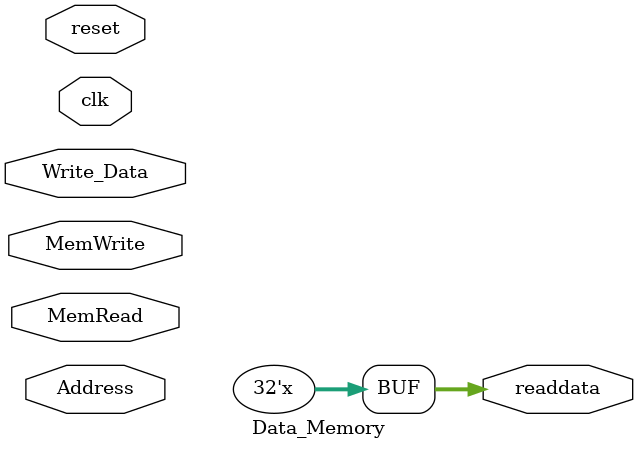
<source format=v>
`timescale 1ns / 1ps
module Data_Memory(
	input [31:0] Address,
    input [31:0] Write_Data,
	 input MemWrite,
	 input MemRead,
	 input clk,reset,
    output reg [31:0] readdata
    );
	
	//32 locations of 32 bit memory 
	integer i;
	reg[7:0] Data[127:0];
    
    always @ (posedge clk, negedge reset)
    begin 
    if (reset == 1)
        begin
        for (i = 0; i<128; i= i+1) Data[i] <= i;
        end
    end
    always@(posedge clk)
    begin
        //write
    if(MemWrite == 1) 
    begin 
    Data[Address] <= Write_Data[7:0];
    Data[Address+1] <= Write_Data[15:8];
    Data[Address+2] <= Write_Data[23:16];
    Data[Address+3] <= Write_Data[31:24];
    end	
    end
	
	//always@(*)
	//   begin
		    //read
//			if(MemRead == 1) ReadData <= {Data[Address], Data[Address+1], Data[Address+2], Data[Address+3]};		
//		end
    reg [31:0] temp;
    
    always@(*)begin
        temp <= {Data[Address], Data[Address+1], Data[Address+2], Data[Address+3]};
        readdata <= MemRead?temp:32'hx;
    end
endmodule

</source>
